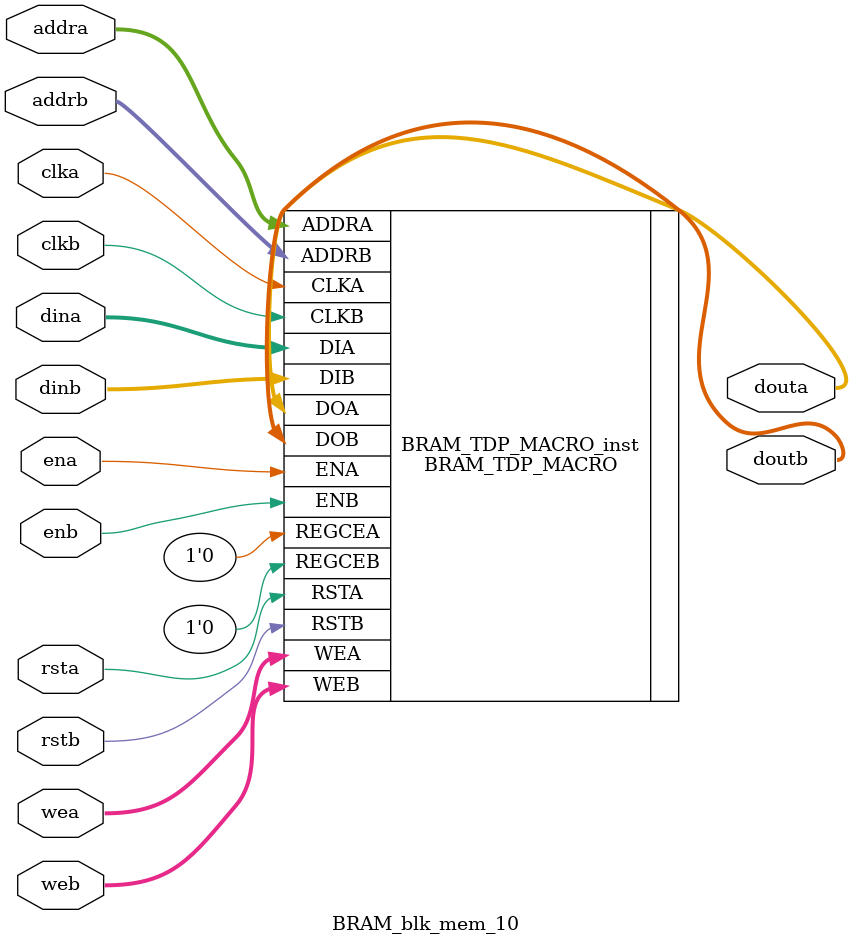
<source format=v>
`timescale 1ns/1ps

module BRAM_blk_mem_10 (
  clka,
  ena,
  wea,
  addra,
  dina,
  douta,
  rsta,
  clkb,
  enb,
  web,
  addrb,
  dinb,
  doutb,
  rstb
);


input wire clka;
input wire clkb;

input wire ena;
input wire enb;

input wire rsta;
input wire rstb;

input wire [3 : 0] wea;
input wire [3 : 0] web;

input wire [9 : 0] addra;
input wire [9 : 0] addrb;

input wire [31 : 0] dina;
input wire [31 : 0] dinb;

output wire [31 : 0] douta;
output wire [31 : 0] doutb;


// BRAM_TDP_MACRO : In order to incorporate this function into the design,
//   Verilog   : the following instance declaration needs to be placed
//  instance   : in the body of the design code.  The instance name
// declaration : (BRAM_TDP_MACRO_inst) and/or the port declarations within the
//    code     : parenthesis may be changed to properly reference and
//             : connect this function to the design.  All inputs
//             : and outputs must be connected.

//  <-----Cut code below this line---->

   // BRAM_TDP_MACRO: True Dual Port RAM
   //                 Virtex-7
   // Xilinx HDL Language Template, version 2016.4
   
   //////////////////////////////////////////////////////////////////////////
   // DATA_WIDTH_A/B | BRAM_SIZE | RAM Depth | ADDRA/B Width | WEA/B Width //
   // ===============|===========|===========|===============|=============//
   //     19-36      |  "36Kb"   |    1024   |    10-bit     |    4-bit    //
   //     10-18      |  "36Kb"   |    2048   |    11-bit     |    2-bit    //
   //     10-18      |  "18Kb"   |    1024   |    10-bit     |    2-bit    //
   //      5-9       |  "36Kb"   |    4096   |    12-bit     |    1-bit    //
   //      5-9       |  "18Kb"   |    2048   |    11-bit     |    1-bit    //
   //      3-4       |  "36Kb"   |    8192   |    13-bit     |    1-bit    //
   //      3-4       |  "18Kb"   |    4096   |    12-bit     |    1-bit    //
   //        2       |  "36Kb"   |   16384   |    14-bit     |    1-bit    //
   //        2       |  "18Kb"   |    8192   |    13-bit     |    1-bit    //
   //        1       |  "36Kb"   |   32768   |    15-bit     |    1-bit    //
   //        1       |  "18Kb"   |   16384   |    14-bit     |    1-bit    //
   //////////////////////////////////////////////////////////////////////////

   BRAM_TDP_MACRO #(
      .BRAM_SIZE("36Kb"), // Target BRAM: "18Kb" or "36Kb" 
      .DEVICE("7SERIES"), // Target device: "7SERIES" 
      .DOA_REG(0),        // Optional port A output register (0 or 1)
      .DOB_REG(0),        // Optional port B output register (0 or 1)
      .INIT_A(36'h00000000),  // Initial values on port A output port
      .INIT_B(36'h00000000), // Initial values on port B output port
      .INIT_FILE ("weight_10.mem"),
      .READ_WIDTH_A (32),   // Valid values are 1-36 (19-36 only valid when BRAM_SIZE="36Kb")
      .READ_WIDTH_B (32),   // Valid values are 1-36 (19-36 only valid when BRAM_SIZE="36Kb")
      .SIM_COLLISION_CHECK ("ALL"), // Collision check enable "ALL", "WARNING_ONLY", 
                                    //   "GENERATE_X_ONLY" or "NONE" 
      .SRVAL_A(36'h00000000), // Set/Reset value for port A output
      .SRVAL_B(36'h00000000), // Set/Reset value for port B output
      .WRITE_MODE_A("WRITE_FIRST"), // "WRITE_FIRST", "READ_FIRST", or "NO_CHANGE" 
      .WRITE_MODE_B("WRITE_FIRST"), // "WRITE_FIRST", "READ_FIRST", or "NO_CHANGE" 
      .WRITE_WIDTH_A(32), // Valid values are 1-36 (19-36 only valid when BRAM_SIZE="36Kb")
      .WRITE_WIDTH_B(32), // Valid values are 1-36 (19-36 only valid when BRAM_SIZE="36Kb")
      .INIT_00(256'h0000000000000000000000000000000000000000000000000000000000000000),
      .INIT_01(256'h0000000000000000000000000000000000000000000000000000000000000000),
      .INIT_02(256'h0000000000000000000000000000000000000000000000000000000000000000),
      .INIT_03(256'h0000000000000000000000000000000000000000000000000000000000000000),
      .INIT_04(256'h0000000000000000000000000000000000000000000000000000000000000000),
      .INIT_05(256'h0000000000000000000000000000000000000000000000000000000000000000),
      .INIT_06(256'h0000000000000000000000000000000000000000000000000000000000000000),
      .INIT_07(256'h0000000000000000000000000000000000000000000000000000000000000000),
      .INIT_08(256'h0000000000000000000000000000000000000000000000000000000000000000),
      .INIT_09(256'h0000000000000000000000000000000000000000000000000000000000000000),
      .INIT_0A(256'h0000000000000000000000000000000000000000000000000000000000000000),
      .INIT_0B(256'h0000000000000000000000000000000000000000000000000000000000000000),
      .INIT_0C(256'h0000000000000000000000000000000000000000000000000000000000000000),
      .INIT_0D(256'h0000000000000000000000000000000000000000000000000000000000000000),
      .INIT_0E(256'h0000000000000000000000000000000000000000000000000000000000000000),
      .INIT_0F(256'h0000000000000000000000000000000000000000000000000000000000000000),
      .INIT_10(256'h0000000000000000000000000000000000000000000000000000000000000000),
      .INIT_11(256'h0000000000000000000000000000000000000000000000000000000000000000),
      .INIT_12(256'h0000000000000000000000000000000000000000000000000000000000000000),
      .INIT_13(256'h0000000000000000000000000000000000000000000000000000000000000000),
      .INIT_14(256'h0000000000000000000000000000000000000000000000000000000000000000),
      .INIT_15(256'h0000000000000000000000000000000000000000000000000000000000000000),
      .INIT_16(256'h0000000000000000000000000000000000000000000000000000000000000000),
      .INIT_17(256'h0000000000000000000000000000000000000000000000000000000000000000),
      .INIT_18(256'h0000000000000000000000000000000000000000000000000000000000000000),
      .INIT_19(256'h0000000000000000000000000000000000000000000000000000000000000000),
      .INIT_1A(256'h0000000000000000000000000000000000000000000000000000000000000000),
      .INIT_1B(256'h0000000000000000000000000000000000000000000000000000000000000000),
      .INIT_1C(256'h0000000000000000000000000000000000000000000000000000000000000000),
      .INIT_1D(256'h0000000000000000000000000000000000000000000000000000000000000000),
      .INIT_1E(256'h0000000000000000000000000000000000000000000000000000000000000000),
      .INIT_1F(256'h0000000000000000000000000000000000000000000000000000000000000000),
      .INIT_20(256'h0000000000000000000000000000000000000000000000000000000000000000),
      .INIT_21(256'h0000000000000000000000000000000000000000000000000000000000000000),
      .INIT_22(256'h0000000000000000000000000000000000000000000000000000000000000000),
      .INIT_23(256'h0000000000000000000000000000000000000000000000000000000000000000),
      .INIT_24(256'h0000000000000000000000000000000000000000000000000000000000000000),
      .INIT_25(256'h0000000000000000000000000000000000000000000000000000000000000000),
      .INIT_26(256'h0000000000000000000000000000000000000000000000000000000000000000),
      .INIT_27(256'h0000000000000000000000000000000000000000000000000000000000000000),
      .INIT_28(256'h0000000000000000000000000000000000000000000000000000000000000000),
      .INIT_29(256'h0000000000000000000000000000000000000000000000000000000000000000),
      .INIT_2A(256'h0000000000000000000000000000000000000000000000000000000000000000),
      .INIT_2B(256'h0000000000000000000000000000000000000000000000000000000000000000),
      .INIT_2C(256'h0000000000000000000000000000000000000000000000000000000000000000),
      .INIT_2D(256'h0000000000000000000000000000000000000000000000000000000000000000),
      .INIT_2E(256'h0000000000000000000000000000000000000000000000000000000000000000),
      .INIT_2F(256'h0000000000000000000000000000000000000000000000000000000000000000),
      .INIT_30(256'h0000000000000000000000000000000000000000000000000000000000000000),
      .INIT_31(256'h0000000000000000000000000000000000000000000000000000000000000000),
      .INIT_32(256'h0000000000000000000000000000000000000000000000000000000000000000),
      .INIT_33(256'h0000000000000000000000000000000000000000000000000000000000000000),
      .INIT_34(256'h0000000000000000000000000000000000000000000000000000000000000000),
      .INIT_35(256'h0000000000000000000000000000000000000000000000000000000000000000),
      .INIT_36(256'h0000000000000000000000000000000000000000000000000000000000000000),
      .INIT_37(256'h0000000000000000000000000000000000000000000000000000000000000000),
      .INIT_38(256'h0000000000000000000000000000000000000000000000000000000000000000),
      .INIT_39(256'h0000000000000000000000000000000000000000000000000000000000000000),
      .INIT_3A(256'h0000000000000000000000000000000000000000000000000000000000000000),
      .INIT_3B(256'h0000000000000000000000000000000000000000000000000000000000000000),
      .INIT_3C(256'h0000000000000000000000000000000000000000000000000000000000000000),
      .INIT_3D(256'h0000000000000000000000000000000000000000000000000000000000000000),
      .INIT_3E(256'h0000000000000000000000000000000000000000000000000000000000000000),
      .INIT_3F(256'h0000000000000000000000000000000000000000000000000000000000000000),
      
      // The next set of INIT_xx are valid when configured as 36Kb
      .INIT_40(256'h0000000000000000000000000000000000000000000000000000000000000000),
      .INIT_41(256'h0000000000000000000000000000000000000000000000000000000000000000),
      .INIT_42(256'h0000000000000000000000000000000000000000000000000000000000000000),
      .INIT_43(256'h0000000000000000000000000000000000000000000000000000000000000000),
      .INIT_44(256'h0000000000000000000000000000000000000000000000000000000000000000),
      .INIT_45(256'h0000000000000000000000000000000000000000000000000000000000000000),
      .INIT_46(256'h0000000000000000000000000000000000000000000000000000000000000000),
      .INIT_47(256'h0000000000000000000000000000000000000000000000000000000000000000),
      .INIT_48(256'h0000000000000000000000000000000000000000000000000000000000000000),
      .INIT_49(256'h0000000000000000000000000000000000000000000000000000000000000000),
      .INIT_4A(256'h0000000000000000000000000000000000000000000000000000000000000000),
      .INIT_4B(256'h0000000000000000000000000000000000000000000000000000000000000000),
      .INIT_4C(256'h0000000000000000000000000000000000000000000000000000000000000000),
      .INIT_4D(256'h0000000000000000000000000000000000000000000000000000000000000000),
      .INIT_4E(256'h0000000000000000000000000000000000000000000000000000000000000000),
      .INIT_4F(256'h0000000000000000000000000000000000000000000000000000000000000000),
      .INIT_50(256'h0000000000000000000000000000000000000000000000000000000000000000),
      .INIT_51(256'h0000000000000000000000000000000000000000000000000000000000000000),
      .INIT_52(256'h0000000000000000000000000000000000000000000000000000000000000000),
      .INIT_53(256'h0000000000000000000000000000000000000000000000000000000000000000),
      .INIT_54(256'h0000000000000000000000000000000000000000000000000000000000000000),
      .INIT_55(256'h0000000000000000000000000000000000000000000000000000000000000000),
      .INIT_56(256'h0000000000000000000000000000000000000000000000000000000000000000),
      .INIT_57(256'h0000000000000000000000000000000000000000000000000000000000000000),
      .INIT_58(256'h0000000000000000000000000000000000000000000000000000000000000000),
      .INIT_59(256'h0000000000000000000000000000000000000000000000000000000000000000),
      .INIT_5A(256'h0000000000000000000000000000000000000000000000000000000000000000),
      .INIT_5B(256'h0000000000000000000000000000000000000000000000000000000000000000),
      .INIT_5C(256'h0000000000000000000000000000000000000000000000000000000000000000),
      .INIT_5D(256'h0000000000000000000000000000000000000000000000000000000000000000),
      .INIT_5E(256'h0000000000000000000000000000000000000000000000000000000000000000),
      .INIT_5F(256'h0000000000000000000000000000000000000000000000000000000000000000),
      .INIT_60(256'h0000000000000000000000000000000000000000000000000000000000000000),
      .INIT_61(256'h0000000000000000000000000000000000000000000000000000000000000000),
      .INIT_62(256'h0000000000000000000000000000000000000000000000000000000000000000),
      .INIT_63(256'h0000000000000000000000000000000000000000000000000000000000000000),
      .INIT_64(256'h0000000000000000000000000000000000000000000000000000000000000000),
      .INIT_65(256'h0000000000000000000000000000000000000000000000000000000000000000),
      .INIT_66(256'h0000000000000000000000000000000000000000000000000000000000000000),
      .INIT_67(256'h0000000000000000000000000000000000000000000000000000000000000000),
      .INIT_68(256'h0000000000000000000000000000000000000000000000000000000000000000),
      .INIT_69(256'h0000000000000000000000000000000000000000000000000000000000000000),
      .INIT_6A(256'h0000000000000000000000000000000000000000000000000000000000000000),
      .INIT_6B(256'h0000000000000000000000000000000000000000000000000000000000000000),
      .INIT_6C(256'h0000000000000000000000000000000000000000000000000000000000000000),
      .INIT_6D(256'h0000000000000000000000000000000000000000000000000000000000000000),
      .INIT_6E(256'h0000000000000000000000000000000000000000000000000000000000000000),
      .INIT_6F(256'h0000000000000000000000000000000000000000000000000000000000000000),
      .INIT_70(256'h0000000000000000000000000000000000000000000000000000000000000000),
      .INIT_71(256'h0000000000000000000000000000000000000000000000000000000000000000),
      .INIT_72(256'h0000000000000000000000000000000000000000000000000000000000000000),
      .INIT_73(256'h0000000000000000000000000000000000000000000000000000000000000000),
      .INIT_74(256'h0000000000000000000000000000000000000000000000000000000000000000),
      .INIT_75(256'h0000000000000000000000000000000000000000000000000000000000000000),
      .INIT_76(256'h0000000000000000000000000000000000000000000000000000000000000000),
      .INIT_77(256'h0000000000000000000000000000000000000000000000000000000000000000),
      .INIT_78(256'h0000000000000000000000000000000000000000000000000000000000000000),
      .INIT_79(256'h0000000000000000000000000000000000000000000000000000000000000000),
      .INIT_7A(256'h0000000000000000000000000000000000000000000000000000000000000000),
      .INIT_7B(256'h0000000000000000000000000000000000000000000000000000000000000000),
      .INIT_7C(256'h0000000000000000000000000000000000000000000000000000000000000000),
      .INIT_7D(256'h0000000000000000000000000000000000000000000000000000000000000000),
      .INIT_7E(256'h0000000000000000000000000000000000000000000000000000000000000000),
      .INIT_7F(256'h0000000000000000000000000000000000000000000000000000000000000000),
     
      // The next set of INITP_xx are for the parity bits
      //.INIT_FF(256'h0000000000000000000000000000000000000000000000000000000000000000),
      .INITP_00(256'h0000000000000000000000000000000000000000000000000000000000000000),
      .INITP_01(256'h0000000000000000000000000000000000000000000000000000000000000000),
      .INITP_02(256'h0000000000000000000000000000000000000000000000000000000000000000),
      .INITP_03(256'h0000000000000000000000000000000000000000000000000000000000000000),
      .INITP_04(256'h0000000000000000000000000000000000000000000000000000000000000000),
      .INITP_05(256'h0000000000000000000000000000000000000000000000000000000000000000),
      .INITP_06(256'h0000000000000000000000000000000000000000000000000000000000000000),
      .INITP_07(256'h0000000000000000000000000000000000000000000000000000000000000000),
      
      // The next set of INITP_xx are valid when configured as 36Kb
      .INITP_08(256'h0000000000000000000000000000000000000000000000000000000000000000),
      .INITP_09(256'h0000000000000000000000000000000000000000000000000000000000000000),
      .INITP_0A(256'h0000000000000000000000000000000000000000000000000000000000000000),
      .INITP_0B(256'h0000000000000000000000000000000000000000000000000000000000000000),
      .INITP_0C(256'h0000000000000000000000000000000000000000000000000000000000000000),
      .INITP_0D(256'h0000000000000000000000000000000000000000000000000000000000000000),
      .INITP_0E(256'h0000000000000000000000000000000000000000000000000000000000000000),
      .INITP_0F(256'h0000000000000000000000000000000000000000000000000000000000000000)
   ) BRAM_TDP_MACRO_inst (
      .DOA(douta),       // Output port-A data, width defined by READ_WIDTH_A parameter
      .DOB(doutb),       // Output port-B data, width defined by READ_WIDTH_B parameter
      .ADDRA(addra),   // Input port-A address, width defined by Port A depth
      .ADDRB(addrb),   // Input port-B address, width defined by Port B depth
      .CLKA(clka),     // 1-bit input port-A clock
      .CLKB(clkb),     // 1-bit input port-B clock
      .DIA(dina),       // Input port-A data, width defined by WRITE_WIDTH_A parameter
      .DIB(dinb),       // Input port-B data, width defined by WRITE_WIDTH_B parameter
      .ENA(ena),       // 1-bit input port-A enable
      .ENB(enb),       // 1-bit input port-B enable
      .REGCEA(1'D0), // 1-bit input port-A output register enable
      .REGCEB(1'D0), // 1-bit input port-B output register enable
      .RSTA(rsta),     // 1-bit input port-A reset
      .RSTB(rstb),     // 1-bit input port-B reset
      .WEA(wea),       // Input port-A write enable, width defined by Port A depth
      .WEB(web)        // Input port-B write enable, width defined by Port B depth
   );

   // End of BRAM_TDP_MACRO_inst instantiation
				
endmodule
</source>
